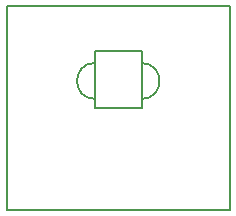
<source format=gbr>
G04 #@! TF.GenerationSoftware,KiCad,Pcbnew,5.0.0*
G04 #@! TF.CreationDate,2018-09-12T17:51:14-05:00*
G04 #@! TF.ProjectId,AntennaDeploymentBracket,416E74656E6E614465706C6F796D656E,rev?*
G04 #@! TF.SameCoordinates,Original*
G04 #@! TF.FileFunction,Profile,NP*
%FSLAX46Y46*%
G04 Gerber Fmt 4.6, Leading zero omitted, Abs format (unit mm)*
G04 Created by KiCad (PCBNEW 5.0.0) date Wed Sep 12 17:51:14 2018*
%MOMM*%
%LPD*%
G01*
G04 APERTURE LIST*
%ADD10C,0.150000*%
G04 APERTURE END LIST*
D10*
X134620000Y-88900000D02*
X115697000Y-88900000D01*
X134620000Y-106172000D02*
X134620000Y-88900000D01*
X115697000Y-106172000D02*
X134620000Y-106172000D01*
X115697000Y-88900000D02*
X115697000Y-106172000D01*
X123190000Y-96774000D02*
G75*
G02X123190000Y-93726000I0J1524000D01*
G01*
X127127000Y-93726000D02*
G75*
G02X127127000Y-96774000I0J-1524000D01*
G01*
X123190000Y-97536000D02*
X123190000Y-92710000D01*
X127127000Y-97536000D02*
X123190000Y-97536000D01*
X127127000Y-92710000D02*
X127127000Y-97536000D01*
X123190000Y-92710000D02*
X127127000Y-92710000D01*
M02*

</source>
